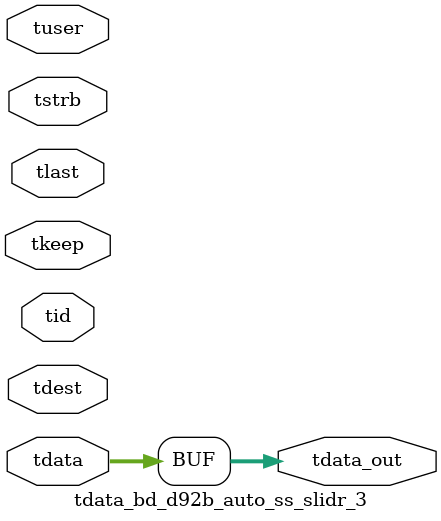
<source format=v>


`timescale 1ps/1ps

module tdata_bd_d92b_auto_ss_slidr_3 #
(
parameter C_S_AXIS_TDATA_WIDTH = 32,
parameter C_S_AXIS_TUSER_WIDTH = 0,
parameter C_S_AXIS_TID_WIDTH   = 0,
parameter C_S_AXIS_TDEST_WIDTH = 0,
parameter C_M_AXIS_TDATA_WIDTH = 32
)
(
input  [(C_S_AXIS_TDATA_WIDTH == 0 ? 1 : C_S_AXIS_TDATA_WIDTH)-1:0     ] tdata,
input  [(C_S_AXIS_TUSER_WIDTH == 0 ? 1 : C_S_AXIS_TUSER_WIDTH)-1:0     ] tuser,
input  [(C_S_AXIS_TID_WIDTH   == 0 ? 1 : C_S_AXIS_TID_WIDTH)-1:0       ] tid,
input  [(C_S_AXIS_TDEST_WIDTH == 0 ? 1 : C_S_AXIS_TDEST_WIDTH)-1:0     ] tdest,
input  [(C_S_AXIS_TDATA_WIDTH/8)-1:0 ] tkeep,
input  [(C_S_AXIS_TDATA_WIDTH/8)-1:0 ] tstrb,
input                                                                    tlast,
output [C_M_AXIS_TDATA_WIDTH-1:0] tdata_out
);

assign tdata_out = {tdata[63:0]};

endmodule


</source>
